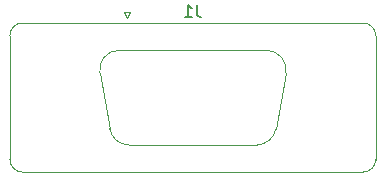
<source format=gbr>
%TF.GenerationSoftware,KiCad,Pcbnew,9.0.6*%
%TF.CreationDate,2025-11-21T12:23:08-05:00*%
%TF.ProjectId,ESP32C6-2,45535033-3243-4362-9d32-2e6b69636164,rev?*%
%TF.SameCoordinates,Original*%
%TF.FileFunction,Legend,Bot*%
%TF.FilePolarity,Positive*%
%FSLAX46Y46*%
G04 Gerber Fmt 4.6, Leading zero omitted, Abs format (unit mm)*
G04 Created by KiCad (PCBNEW 9.0.6) date 2025-11-21 12:23:08*
%MOMM*%
%LPD*%
G01*
G04 APERTURE LIST*
%ADD10C,0.150000*%
%ADD11C,0.120000*%
G04 APERTURE END LIST*
D10*
X133488333Y-45724819D02*
X133488333Y-46439104D01*
X133488333Y-46439104D02*
X133535952Y-46581961D01*
X133535952Y-46581961D02*
X133631190Y-46677200D01*
X133631190Y-46677200D02*
X133774047Y-46724819D01*
X133774047Y-46724819D02*
X133869285Y-46724819D01*
X132488333Y-46724819D02*
X133059761Y-46724819D01*
X132774047Y-46724819D02*
X132774047Y-45724819D01*
X132774047Y-45724819D02*
X132869285Y-45867676D01*
X132869285Y-45867676D02*
X132964523Y-45962914D01*
X132964523Y-45962914D02*
X133059761Y-46010533D01*
D11*
%TO.C,J1*%
X148640000Y-58830000D02*
X148640000Y-48330000D01*
X147580000Y-47270000D02*
X118730000Y-47270000D01*
X140192733Y-56218256D02*
X141021470Y-51518256D01*
X139386689Y-49570000D02*
X126923311Y-49570000D01*
X127865000Y-46375662D02*
X127365000Y-46375662D01*
X127752048Y-57590000D02*
X138557952Y-57590000D01*
X127615000Y-46808675D02*
X127865000Y-46375662D01*
X127365000Y-46375662D02*
X127615000Y-46808675D01*
X125288530Y-51518256D02*
X126117267Y-56218256D01*
X118730000Y-59890000D02*
X147580000Y-59890000D01*
X117670000Y-48330000D02*
X117670000Y-58830000D01*
X147580000Y-47270000D02*
G75*
G02*
X148640000Y-48330000I-1J-1060001D01*
G01*
X148640000Y-58830000D02*
G75*
G02*
X147580000Y-59890000I-1060001J1D01*
G01*
X139386689Y-49570000D02*
G75*
G02*
X141021470Y-51518256I0J-1660000D01*
G01*
X140192733Y-56218256D02*
G75*
G02*
X138557952Y-57590000I-1634780J288255D01*
G01*
X125288530Y-51518256D02*
G75*
G02*
X126923311Y-49570001I1634780J288256D01*
G01*
X127752048Y-57590000D02*
G75*
G02*
X126117267Y-56218256I-1J1659999D01*
G01*
X117670000Y-48330000D02*
G75*
G02*
X118730000Y-47270000I1060000J0D01*
G01*
X118730000Y-59890000D02*
G75*
G02*
X117670000Y-58830000I0J1060000D01*
G01*
%TD*%
M02*

</source>
